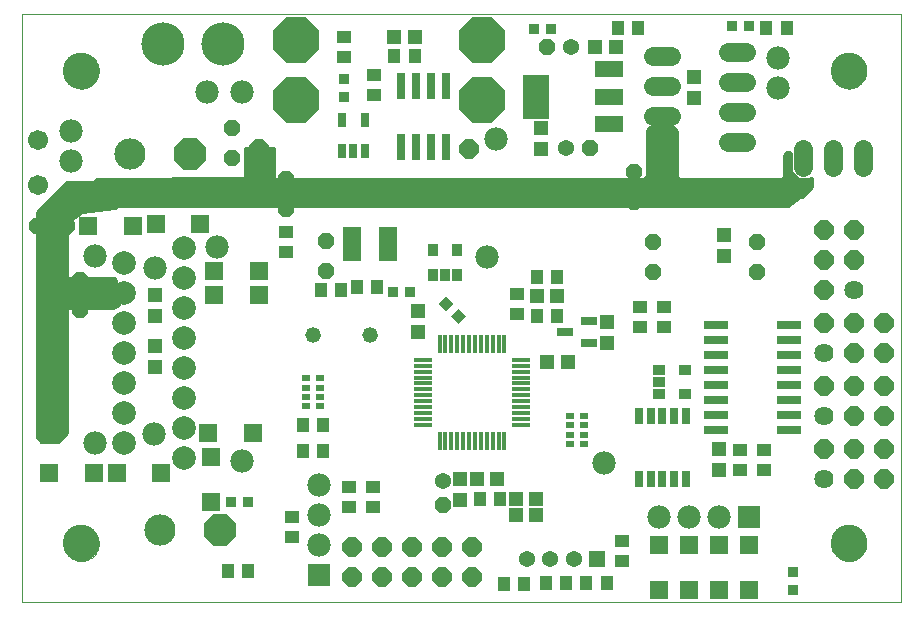
<source format=gts>
G75*
%MOIN*%
%OFA0B0*%
%FSLAX24Y24*%
%IPPOS*%
%LPD*%
%AMOC8*
5,1,8,0,0,1.08239X$1,22.5*
%
%ADD10C,0.0000*%
%ADD11C,0.0100*%
%ADD12C,0.0520*%
%ADD13OC8,0.0540*%
%ADD14C,0.0540*%
%ADD15R,0.0453X0.0465*%
%ADD16R,0.0465X0.0453*%
%ADD17R,0.0473X0.0434*%
%ADD18C,0.1221*%
%ADD19R,0.0276X0.0906*%
%ADD20C,0.1040*%
%ADD21OC8,0.1040*%
%ADD22R,0.0620X0.0150*%
%ADD23R,0.0150X0.0620*%
%ADD24OC8,0.0640*%
%ADD25R,0.0920X0.0520*%
%ADD26R,0.0906X0.1457*%
%ADD27R,0.0591X0.0591*%
%ADD28OC8,0.1540*%
%ADD29C,0.0640*%
%ADD30C,0.0780*%
%ADD31C,0.0640*%
%ADD32R,0.0257X0.0512*%
%ADD33R,0.0560X0.0270*%
%ADD34R,0.0434X0.0473*%
%ADD35R,0.0268X0.0552*%
%ADD36R,0.0780X0.0780*%
%ADD37R,0.0355X0.0355*%
%ADD38R,0.0840X0.0300*%
%ADD39OC8,0.0520*%
%ADD40R,0.0340X0.0440*%
%ADD41R,0.0440X0.0340*%
%ADD42R,0.0540X0.0540*%
%ADD43C,0.0788*%
%ADD44R,0.0296X0.0237*%
%ADD45C,0.0670*%
%ADD46C,0.1440*%
%ADD47R,0.0631X0.1182*%
%ADD48R,0.0355X0.0355*%
D10*
X000150Y004729D02*
X000150Y024329D01*
X029450Y024329D01*
X029450Y004729D01*
X000150Y004729D01*
X001528Y006697D02*
X001530Y006745D01*
X001536Y006793D01*
X001546Y006840D01*
X001559Y006886D01*
X001577Y006931D01*
X001597Y006975D01*
X001622Y007017D01*
X001650Y007056D01*
X001680Y007093D01*
X001714Y007127D01*
X001751Y007159D01*
X001789Y007188D01*
X001830Y007213D01*
X001873Y007235D01*
X001918Y007253D01*
X001964Y007267D01*
X002011Y007278D01*
X002059Y007285D01*
X002107Y007288D01*
X002155Y007287D01*
X002203Y007282D01*
X002251Y007273D01*
X002297Y007261D01*
X002342Y007244D01*
X002386Y007224D01*
X002428Y007201D01*
X002468Y007174D01*
X002506Y007144D01*
X002541Y007111D01*
X002573Y007075D01*
X002603Y007037D01*
X002629Y006996D01*
X002651Y006953D01*
X002671Y006909D01*
X002686Y006864D01*
X002698Y006817D01*
X002706Y006769D01*
X002710Y006721D01*
X002710Y006673D01*
X002706Y006625D01*
X002698Y006577D01*
X002686Y006530D01*
X002671Y006485D01*
X002651Y006441D01*
X002629Y006398D01*
X002603Y006357D01*
X002573Y006319D01*
X002541Y006283D01*
X002506Y006250D01*
X002468Y006220D01*
X002428Y006193D01*
X002386Y006170D01*
X002342Y006150D01*
X002297Y006133D01*
X002251Y006121D01*
X002203Y006112D01*
X002155Y006107D01*
X002107Y006106D01*
X002059Y006109D01*
X002011Y006116D01*
X001964Y006127D01*
X001918Y006141D01*
X001873Y006159D01*
X001830Y006181D01*
X001789Y006206D01*
X001751Y006235D01*
X001714Y006267D01*
X001680Y006301D01*
X001650Y006338D01*
X001622Y006377D01*
X001597Y006419D01*
X001577Y006463D01*
X001559Y006508D01*
X001546Y006554D01*
X001536Y006601D01*
X001530Y006649D01*
X001528Y006697D01*
X001528Y022445D02*
X001530Y022493D01*
X001536Y022541D01*
X001546Y022588D01*
X001559Y022634D01*
X001577Y022679D01*
X001597Y022723D01*
X001622Y022765D01*
X001650Y022804D01*
X001680Y022841D01*
X001714Y022875D01*
X001751Y022907D01*
X001789Y022936D01*
X001830Y022961D01*
X001873Y022983D01*
X001918Y023001D01*
X001964Y023015D01*
X002011Y023026D01*
X002059Y023033D01*
X002107Y023036D01*
X002155Y023035D01*
X002203Y023030D01*
X002251Y023021D01*
X002297Y023009D01*
X002342Y022992D01*
X002386Y022972D01*
X002428Y022949D01*
X002468Y022922D01*
X002506Y022892D01*
X002541Y022859D01*
X002573Y022823D01*
X002603Y022785D01*
X002629Y022744D01*
X002651Y022701D01*
X002671Y022657D01*
X002686Y022612D01*
X002698Y022565D01*
X002706Y022517D01*
X002710Y022469D01*
X002710Y022421D01*
X002706Y022373D01*
X002698Y022325D01*
X002686Y022278D01*
X002671Y022233D01*
X002651Y022189D01*
X002629Y022146D01*
X002603Y022105D01*
X002573Y022067D01*
X002541Y022031D01*
X002506Y021998D01*
X002468Y021968D01*
X002428Y021941D01*
X002386Y021918D01*
X002342Y021898D01*
X002297Y021881D01*
X002251Y021869D01*
X002203Y021860D01*
X002155Y021855D01*
X002107Y021854D01*
X002059Y021857D01*
X002011Y021864D01*
X001964Y021875D01*
X001918Y021889D01*
X001873Y021907D01*
X001830Y021929D01*
X001789Y021954D01*
X001751Y021983D01*
X001714Y022015D01*
X001680Y022049D01*
X001650Y022086D01*
X001622Y022125D01*
X001597Y022167D01*
X001577Y022211D01*
X001559Y022256D01*
X001546Y022302D01*
X001536Y022349D01*
X001530Y022397D01*
X001528Y022445D01*
X027118Y022445D02*
X027120Y022493D01*
X027126Y022541D01*
X027136Y022588D01*
X027149Y022634D01*
X027167Y022679D01*
X027187Y022723D01*
X027212Y022765D01*
X027240Y022804D01*
X027270Y022841D01*
X027304Y022875D01*
X027341Y022907D01*
X027379Y022936D01*
X027420Y022961D01*
X027463Y022983D01*
X027508Y023001D01*
X027554Y023015D01*
X027601Y023026D01*
X027649Y023033D01*
X027697Y023036D01*
X027745Y023035D01*
X027793Y023030D01*
X027841Y023021D01*
X027887Y023009D01*
X027932Y022992D01*
X027976Y022972D01*
X028018Y022949D01*
X028058Y022922D01*
X028096Y022892D01*
X028131Y022859D01*
X028163Y022823D01*
X028193Y022785D01*
X028219Y022744D01*
X028241Y022701D01*
X028261Y022657D01*
X028276Y022612D01*
X028288Y022565D01*
X028296Y022517D01*
X028300Y022469D01*
X028300Y022421D01*
X028296Y022373D01*
X028288Y022325D01*
X028276Y022278D01*
X028261Y022233D01*
X028241Y022189D01*
X028219Y022146D01*
X028193Y022105D01*
X028163Y022067D01*
X028131Y022031D01*
X028096Y021998D01*
X028058Y021968D01*
X028018Y021941D01*
X027976Y021918D01*
X027932Y021898D01*
X027887Y021881D01*
X027841Y021869D01*
X027793Y021860D01*
X027745Y021855D01*
X027697Y021854D01*
X027649Y021857D01*
X027601Y021864D01*
X027554Y021875D01*
X027508Y021889D01*
X027463Y021907D01*
X027420Y021929D01*
X027379Y021954D01*
X027341Y021983D01*
X027304Y022015D01*
X027270Y022049D01*
X027240Y022086D01*
X027212Y022125D01*
X027187Y022167D01*
X027167Y022211D01*
X027149Y022256D01*
X027136Y022302D01*
X027126Y022349D01*
X027120Y022397D01*
X027118Y022445D01*
X027118Y006697D02*
X027120Y006745D01*
X027126Y006793D01*
X027136Y006840D01*
X027149Y006886D01*
X027167Y006931D01*
X027187Y006975D01*
X027212Y007017D01*
X027240Y007056D01*
X027270Y007093D01*
X027304Y007127D01*
X027341Y007159D01*
X027379Y007188D01*
X027420Y007213D01*
X027463Y007235D01*
X027508Y007253D01*
X027554Y007267D01*
X027601Y007278D01*
X027649Y007285D01*
X027697Y007288D01*
X027745Y007287D01*
X027793Y007282D01*
X027841Y007273D01*
X027887Y007261D01*
X027932Y007244D01*
X027976Y007224D01*
X028018Y007201D01*
X028058Y007174D01*
X028096Y007144D01*
X028131Y007111D01*
X028163Y007075D01*
X028193Y007037D01*
X028219Y006996D01*
X028241Y006953D01*
X028261Y006909D01*
X028276Y006864D01*
X028288Y006817D01*
X028296Y006769D01*
X028300Y006721D01*
X028300Y006673D01*
X028296Y006625D01*
X028288Y006577D01*
X028276Y006530D01*
X028261Y006485D01*
X028241Y006441D01*
X028219Y006398D01*
X028193Y006357D01*
X028163Y006319D01*
X028131Y006283D01*
X028096Y006250D01*
X028058Y006220D01*
X028018Y006193D01*
X027976Y006170D01*
X027932Y006150D01*
X027887Y006133D01*
X027841Y006121D01*
X027793Y006112D01*
X027745Y006107D01*
X027697Y006106D01*
X027649Y006109D01*
X027601Y006116D01*
X027554Y006127D01*
X027508Y006141D01*
X027463Y006159D01*
X027420Y006181D01*
X027379Y006206D01*
X027341Y006235D01*
X027304Y006267D01*
X027270Y006301D01*
X027240Y006338D01*
X027212Y006377D01*
X027187Y006419D01*
X027167Y006463D01*
X027149Y006508D01*
X027136Y006554D01*
X027126Y006601D01*
X027120Y006649D01*
X027118Y006697D01*
D11*
X025700Y017929D02*
X003350Y017929D01*
X003250Y017879D01*
X002150Y017729D01*
X001800Y017479D01*
X001650Y016929D01*
X001650Y015529D01*
X003250Y015529D01*
X003300Y015429D01*
X003150Y015079D01*
X003400Y014629D01*
X003200Y014529D01*
X001650Y014529D01*
X001650Y010379D01*
X001350Y010079D01*
X000800Y010079D01*
X000650Y010229D01*
X000650Y017729D01*
X001650Y018729D01*
X002550Y018729D01*
X002650Y018829D01*
X007600Y018879D01*
X007600Y019879D01*
X008550Y019879D01*
X008550Y018829D01*
X020900Y018829D01*
X021000Y018929D01*
X021000Y020479D01*
X021100Y020579D01*
X021850Y020579D01*
X022000Y020429D01*
X022000Y018929D01*
X022050Y018829D01*
X025500Y018829D01*
X025550Y018929D01*
X025550Y019629D01*
X025650Y019729D01*
X025750Y019729D01*
X025800Y019679D01*
X025800Y019079D01*
X026050Y018829D01*
X026350Y018829D01*
X026500Y018879D01*
X026500Y018579D01*
X026150Y018229D01*
X026100Y018229D01*
X025700Y017929D01*
X025830Y018026D02*
X000948Y018026D01*
X001046Y018125D02*
X025961Y018125D01*
X026093Y018223D02*
X001145Y018223D01*
X001243Y018322D02*
X026243Y018322D01*
X026342Y018420D02*
X001342Y018420D01*
X001440Y018519D02*
X026440Y018519D01*
X026500Y018617D02*
X001539Y018617D01*
X001637Y018716D02*
X026500Y018716D01*
X026500Y018814D02*
X002636Y018814D01*
X002887Y017829D02*
X000751Y017829D01*
X000849Y017928D02*
X003348Y017928D01*
X002165Y017731D02*
X000652Y017731D01*
X000650Y017632D02*
X002015Y017632D01*
X001877Y017534D02*
X000650Y017534D01*
X000650Y017435D02*
X001788Y017435D01*
X001761Y017337D02*
X000650Y017337D01*
X000650Y017238D02*
X001734Y017238D01*
X001708Y017140D02*
X000650Y017140D01*
X000650Y017041D02*
X001681Y017041D01*
X001654Y016943D02*
X000650Y016943D01*
X000650Y016844D02*
X001650Y016844D01*
X001650Y016746D02*
X000650Y016746D01*
X000650Y016647D02*
X001650Y016647D01*
X001650Y016549D02*
X000650Y016549D01*
X000650Y016450D02*
X001650Y016450D01*
X001650Y016352D02*
X000650Y016352D01*
X000650Y016253D02*
X001650Y016253D01*
X001650Y016155D02*
X000650Y016155D01*
X000650Y016056D02*
X001650Y016056D01*
X001650Y015958D02*
X000650Y015958D01*
X000650Y015859D02*
X001650Y015859D01*
X001650Y015761D02*
X000650Y015761D01*
X000650Y015662D02*
X001650Y015662D01*
X001650Y015564D02*
X000650Y015564D01*
X000650Y015465D02*
X003282Y015465D01*
X003273Y015367D02*
X000650Y015367D01*
X000650Y015268D02*
X003231Y015268D01*
X003189Y015170D02*
X000650Y015170D01*
X000650Y015071D02*
X003154Y015071D01*
X003209Y014973D02*
X000650Y014973D01*
X000650Y014874D02*
X003264Y014874D01*
X003318Y014776D02*
X000650Y014776D01*
X000650Y014677D02*
X003373Y014677D01*
X003300Y014579D02*
X000650Y014579D01*
X000650Y014480D02*
X001650Y014480D01*
X001650Y014382D02*
X000650Y014382D01*
X000650Y014283D02*
X001650Y014283D01*
X001650Y014185D02*
X000650Y014185D01*
X000650Y014086D02*
X001650Y014086D01*
X001650Y013988D02*
X000650Y013988D01*
X000650Y013889D02*
X001650Y013889D01*
X001650Y013791D02*
X000650Y013791D01*
X000650Y013692D02*
X001650Y013692D01*
X001650Y013594D02*
X000650Y013594D01*
X000650Y013495D02*
X001650Y013495D01*
X001650Y013397D02*
X000650Y013397D01*
X000650Y013298D02*
X001650Y013298D01*
X001650Y013200D02*
X000650Y013200D01*
X000650Y013101D02*
X001650Y013101D01*
X001650Y013003D02*
X000650Y013003D01*
X000650Y012904D02*
X001650Y012904D01*
X001650Y012806D02*
X000650Y012806D01*
X000650Y012707D02*
X001650Y012707D01*
X001650Y012609D02*
X000650Y012609D01*
X000650Y012510D02*
X001650Y012510D01*
X001650Y012412D02*
X000650Y012412D01*
X000650Y012313D02*
X001650Y012313D01*
X001650Y012215D02*
X000650Y012215D01*
X000650Y012116D02*
X001650Y012116D01*
X001650Y012018D02*
X000650Y012018D01*
X000650Y011919D02*
X001650Y011919D01*
X001650Y011821D02*
X000650Y011821D01*
X000650Y011722D02*
X001650Y011722D01*
X001650Y011624D02*
X000650Y011624D01*
X000650Y011525D02*
X001650Y011525D01*
X001650Y011427D02*
X000650Y011427D01*
X000650Y011328D02*
X001650Y011328D01*
X001650Y011230D02*
X000650Y011230D01*
X000650Y011131D02*
X001650Y011131D01*
X001650Y011033D02*
X000650Y011033D01*
X000650Y010934D02*
X001650Y010934D01*
X001650Y010836D02*
X000650Y010836D01*
X000650Y010737D02*
X001650Y010737D01*
X001650Y010639D02*
X000650Y010639D01*
X000650Y010540D02*
X001650Y010540D01*
X001650Y010442D02*
X000650Y010442D01*
X000650Y010343D02*
X001615Y010343D01*
X001516Y010245D02*
X000650Y010245D01*
X000732Y010146D02*
X001418Y010146D01*
X007600Y018913D02*
X008550Y018913D01*
X008550Y019011D02*
X007600Y019011D01*
X007600Y019110D02*
X008550Y019110D01*
X008550Y019208D02*
X007600Y019208D01*
X007600Y019307D02*
X008550Y019307D01*
X008550Y019405D02*
X007600Y019405D01*
X007600Y019504D02*
X008550Y019504D01*
X008550Y019602D02*
X007600Y019602D01*
X007600Y019701D02*
X008550Y019701D01*
X008550Y019799D02*
X007600Y019799D01*
X021000Y019799D02*
X022000Y019799D01*
X022000Y019701D02*
X021000Y019701D01*
X021000Y019602D02*
X022000Y019602D01*
X022000Y019504D02*
X021000Y019504D01*
X021000Y019405D02*
X022000Y019405D01*
X022000Y019307D02*
X021000Y019307D01*
X021000Y019208D02*
X022000Y019208D01*
X022000Y019110D02*
X021000Y019110D01*
X021000Y019011D02*
X022000Y019011D01*
X022008Y018913D02*
X020984Y018913D01*
X021000Y019898D02*
X022000Y019898D01*
X022000Y019996D02*
X021000Y019996D01*
X021000Y020095D02*
X022000Y020095D01*
X022000Y020193D02*
X021000Y020193D01*
X021000Y020292D02*
X022000Y020292D01*
X022000Y020390D02*
X021000Y020390D01*
X021010Y020489D02*
X021940Y020489D01*
X025550Y019602D02*
X025800Y019602D01*
X025800Y019504D02*
X025550Y019504D01*
X025550Y019405D02*
X025800Y019405D01*
X025800Y019307D02*
X025550Y019307D01*
X025550Y019208D02*
X025800Y019208D01*
X025800Y019110D02*
X025550Y019110D01*
X025550Y019011D02*
X025867Y019011D01*
X025966Y018913D02*
X025542Y018913D01*
X025622Y019701D02*
X025778Y019701D01*
D12*
X011750Y013629D03*
X009850Y013629D03*
D13*
X014200Y007979D03*
X019100Y019879D03*
X017650Y023229D03*
D14*
X018450Y023229D03*
X018300Y019879D03*
X014200Y008779D03*
X016969Y006179D03*
X017756Y006179D03*
X018544Y006179D03*
D15*
X017294Y007629D03*
X017294Y008179D03*
X016606Y008179D03*
X016606Y007629D03*
X015994Y008829D03*
X015306Y008829D03*
X017656Y012729D03*
X018344Y012729D03*
X017994Y014929D03*
X017306Y014929D03*
X019256Y023229D03*
X019944Y023229D03*
X013244Y023579D03*
X012556Y023579D03*
D16*
X017450Y020523D03*
X017450Y019834D03*
X022550Y021534D03*
X022550Y022223D03*
X023550Y016973D03*
X023550Y016284D03*
X019650Y014073D03*
X019650Y013384D03*
X023400Y009823D03*
X023400Y009134D03*
X014750Y008823D03*
X014750Y008134D03*
X013350Y013734D03*
X013350Y014423D03*
X004600Y014284D03*
X004600Y014973D03*
X004600Y013273D03*
X004600Y012584D03*
D17*
X008950Y016394D03*
X008950Y017063D03*
X011900Y021644D03*
X011900Y022313D03*
X010900Y022894D03*
X010900Y023563D03*
X016650Y015013D03*
X016650Y014344D03*
X020750Y014563D03*
X020750Y013894D03*
X021550Y013894D03*
X021550Y014563D03*
X024100Y009813D03*
X024100Y009144D03*
X024900Y009144D03*
X024900Y009813D03*
X020150Y006763D03*
X020150Y006094D03*
X011850Y007894D03*
X011850Y008563D03*
X011050Y008563D03*
X011050Y007894D03*
X009150Y007563D03*
X009150Y006894D03*
D18*
X002119Y006697D03*
X002119Y022445D03*
X027709Y022445D03*
X027709Y006697D03*
D19*
X014300Y019905D03*
X013800Y019905D03*
X013300Y019905D03*
X012800Y019905D03*
X012800Y021952D03*
X013300Y021952D03*
X013800Y021952D03*
X014300Y021952D03*
D20*
X003750Y019679D03*
X004750Y007129D03*
D21*
X006750Y007129D03*
X005750Y019679D03*
D22*
X013530Y012809D03*
X013530Y012619D03*
X013530Y012419D03*
X013530Y012219D03*
X013530Y012029D03*
X013530Y011829D03*
X013530Y011629D03*
X013530Y011429D03*
X013530Y011239D03*
X013530Y011039D03*
X013530Y010839D03*
X013530Y010649D03*
X016770Y010649D03*
X016770Y010839D03*
X016770Y011039D03*
X016770Y011239D03*
X016770Y011429D03*
X016770Y011629D03*
X016770Y011829D03*
X016770Y012029D03*
X016770Y012219D03*
X016770Y012419D03*
X016770Y012619D03*
X016770Y012809D03*
D23*
X016230Y013349D03*
X016040Y013349D03*
X015840Y013349D03*
X015640Y013349D03*
X015450Y013349D03*
X015250Y013349D03*
X015050Y013349D03*
X014850Y013349D03*
X014660Y013349D03*
X014460Y013349D03*
X014260Y013349D03*
X014070Y013349D03*
X014070Y010109D03*
X014260Y010109D03*
X014460Y010109D03*
X014660Y010109D03*
X014850Y010109D03*
X015050Y010109D03*
X015250Y010109D03*
X015450Y010109D03*
X015640Y010109D03*
X015840Y010109D03*
X016040Y010109D03*
X016230Y010109D03*
D24*
X015150Y006579D03*
X014150Y006579D03*
X013150Y006579D03*
X012150Y006579D03*
X011150Y006579D03*
X011150Y005579D03*
X012150Y005579D03*
X013150Y005579D03*
X014150Y005579D03*
X015150Y005579D03*
X026900Y009829D03*
X027900Y009829D03*
X028900Y009829D03*
X028900Y008829D03*
X027900Y008829D03*
X027900Y010929D03*
X028900Y010929D03*
X028900Y011929D03*
X027900Y011929D03*
X026900Y011929D03*
X027900Y013029D03*
X028900Y013029D03*
X028900Y014029D03*
X027900Y014029D03*
X026900Y014029D03*
X026900Y015129D03*
X026900Y016129D03*
X027900Y016129D03*
X027900Y017129D03*
X026900Y017129D03*
X015050Y019829D03*
X008050Y019829D03*
D25*
X019720Y020669D03*
X019720Y021579D03*
X019720Y022489D03*
D26*
X017280Y021579D03*
D27*
X008048Y015779D03*
X008048Y014979D03*
X006552Y014979D03*
X006552Y015779D03*
X006098Y017329D03*
X004602Y017329D03*
X003848Y017279D03*
X002352Y017279D03*
X006352Y010379D03*
X006450Y009577D03*
X007848Y010379D03*
X006450Y008081D03*
X004798Y009029D03*
X003302Y009029D03*
X002548Y009029D03*
X001052Y009029D03*
X021400Y006627D03*
X022400Y006627D03*
X023400Y006627D03*
X024400Y006627D03*
X024400Y005131D03*
X023400Y005131D03*
X022400Y005131D03*
X021400Y005131D03*
D28*
X015500Y021479D03*
X015500Y023479D03*
X009300Y023479D03*
X009300Y021479D03*
D29*
X021200Y021929D02*
X021800Y021929D01*
X021800Y022929D02*
X021200Y022929D01*
X021200Y020929D02*
X021800Y020929D01*
X023700Y021079D02*
X024300Y021079D01*
X024300Y022079D02*
X023700Y022079D01*
X023700Y023079D02*
X024300Y023079D01*
X024300Y020079D02*
X023700Y020079D01*
X026200Y019829D02*
X026200Y019229D01*
X027200Y019229D02*
X027200Y019829D01*
X028200Y019829D02*
X028200Y019229D01*
D30*
X025350Y021879D03*
X025350Y022879D03*
X015950Y020179D03*
X015650Y016229D03*
X019550Y009379D03*
X021400Y007579D03*
X022400Y007579D03*
X023400Y007579D03*
X010050Y007629D03*
X010050Y008629D03*
X010050Y006629D03*
X007500Y009429D03*
X004550Y010329D03*
X002600Y010029D03*
X004600Y015879D03*
X002600Y016279D03*
X001800Y019429D03*
X001800Y020429D03*
X006330Y021729D03*
X007470Y021729D03*
X006650Y016579D03*
D31*
X026900Y013029D03*
X027900Y015129D03*
X026900Y010929D03*
X026900Y008829D03*
D32*
X011574Y019767D03*
X011200Y019767D03*
X010826Y019767D03*
X010826Y020791D03*
X011574Y020791D03*
D33*
X019050Y014099D03*
X019050Y013359D03*
X018250Y013729D03*
D34*
X017985Y014279D03*
X017315Y014279D03*
X017315Y015579D03*
X017985Y015579D03*
X011985Y015229D03*
X011315Y015229D03*
X010785Y015129D03*
X010115Y015129D03*
X010185Y010629D03*
X009515Y010629D03*
X009515Y009779D03*
X010185Y009779D03*
X007685Y005779D03*
X007015Y005779D03*
X015415Y008179D03*
X016085Y008179D03*
X016215Y005329D03*
X016885Y005329D03*
X017615Y005379D03*
X018285Y005379D03*
X018965Y005379D03*
X019635Y005379D03*
X013235Y022929D03*
X012565Y022929D03*
X020015Y023879D03*
X020685Y023879D03*
X024965Y023879D03*
X025635Y023879D03*
D35*
X022287Y010926D03*
X021894Y010926D03*
X021500Y010926D03*
X021106Y010926D03*
X020713Y010926D03*
X020713Y008832D03*
X021106Y008832D03*
X021500Y008832D03*
X021894Y008832D03*
X022287Y008832D03*
D36*
X024400Y007579D03*
X010050Y005629D03*
D37*
X007695Y008079D03*
X007105Y008079D03*
X012505Y015079D03*
X013095Y015079D03*
X010900Y021584D03*
X010900Y022174D03*
X017205Y023829D03*
X017795Y023829D03*
X023805Y023929D03*
X024395Y023929D03*
X025850Y005724D03*
X025850Y005134D03*
D38*
X025710Y010479D03*
X025710Y010979D03*
X025710Y011479D03*
X025710Y011979D03*
X025710Y012479D03*
X025710Y012979D03*
X025710Y013479D03*
X025710Y013979D03*
X023290Y013979D03*
X023290Y013479D03*
X023290Y012979D03*
X023290Y012479D03*
X023290Y011979D03*
X023290Y011479D03*
X023290Y010979D03*
X023290Y010479D03*
D39*
X024650Y015729D03*
X024650Y016729D03*
X021200Y016729D03*
X021200Y015729D03*
X020550Y018079D03*
X020550Y019079D03*
X010300Y016779D03*
X010300Y015779D03*
X008950Y017829D03*
X008950Y018829D03*
X007150Y019529D03*
X007150Y020529D03*
X001650Y017279D03*
X000650Y017279D03*
X002100Y015479D03*
X002100Y014479D03*
D40*
X013850Y015629D03*
X014250Y015629D03*
X014650Y015629D03*
X014650Y016479D03*
X013850Y016479D03*
D41*
X021400Y012479D03*
X021400Y012079D03*
X021400Y011679D03*
X022250Y011679D03*
X022250Y012479D03*
D42*
X019331Y006179D03*
D43*
X005541Y009552D03*
X005541Y010552D03*
X005541Y011552D03*
X005541Y012552D03*
X005541Y013552D03*
X005541Y014552D03*
X005541Y015552D03*
X005541Y016552D03*
X003541Y016052D03*
X003541Y015052D03*
X003541Y014052D03*
X003541Y013052D03*
X003541Y012052D03*
X003541Y011052D03*
X003541Y010052D03*
D44*
X009604Y011256D03*
X009604Y011571D03*
X009604Y011886D03*
X009604Y012201D03*
X010096Y012201D03*
X010096Y011886D03*
X010096Y011571D03*
X010096Y011256D03*
X018404Y010951D03*
X018404Y010636D03*
X018404Y010321D03*
X018404Y010006D03*
X018896Y010006D03*
X018896Y010321D03*
X018896Y010636D03*
X018896Y010951D03*
D45*
X000700Y018629D03*
X000700Y020129D03*
D46*
X004850Y023329D03*
X006850Y023329D03*
D47*
X011159Y016679D03*
X012341Y016679D03*
D48*
G36*
X014541Y014688D02*
X014291Y014438D01*
X014041Y014688D01*
X014291Y014938D01*
X014541Y014688D01*
G37*
G36*
X014959Y014270D02*
X014709Y014020D01*
X014459Y014270D01*
X014709Y014520D01*
X014959Y014270D01*
G37*
M02*

</source>
